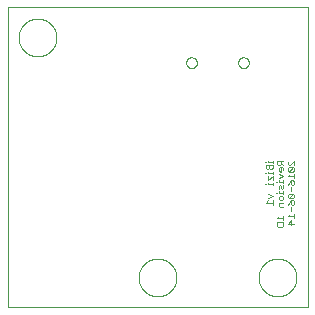
<source format=gbo>
G75*
%MOIN*%
%OFA0B0*%
%FSLAX25Y25*%
%IPPOS*%
%LPD*%
%AMOC8*
5,1,8,0,0,1.08239X$1,22.5*
%
%ADD10C,0.00000*%
%ADD11C,0.00200*%
D10*
X0003400Y0003400D02*
X0003400Y0103400D01*
X0103400Y0103400D01*
X0103400Y0003400D01*
X0003400Y0003400D01*
X0047101Y0013400D02*
X0047103Y0013558D01*
X0047109Y0013716D01*
X0047119Y0013874D01*
X0047133Y0014032D01*
X0047151Y0014189D01*
X0047172Y0014346D01*
X0047198Y0014502D01*
X0047228Y0014658D01*
X0047261Y0014813D01*
X0047299Y0014966D01*
X0047340Y0015119D01*
X0047385Y0015271D01*
X0047434Y0015422D01*
X0047487Y0015571D01*
X0047543Y0015719D01*
X0047603Y0015865D01*
X0047667Y0016010D01*
X0047735Y0016153D01*
X0047806Y0016295D01*
X0047880Y0016435D01*
X0047958Y0016572D01*
X0048040Y0016708D01*
X0048124Y0016842D01*
X0048213Y0016973D01*
X0048304Y0017102D01*
X0048399Y0017229D01*
X0048496Y0017354D01*
X0048597Y0017476D01*
X0048701Y0017595D01*
X0048808Y0017712D01*
X0048918Y0017826D01*
X0049031Y0017937D01*
X0049146Y0018046D01*
X0049264Y0018151D01*
X0049385Y0018253D01*
X0049508Y0018353D01*
X0049634Y0018449D01*
X0049762Y0018542D01*
X0049892Y0018632D01*
X0050025Y0018718D01*
X0050160Y0018802D01*
X0050296Y0018881D01*
X0050435Y0018958D01*
X0050576Y0019030D01*
X0050718Y0019100D01*
X0050862Y0019165D01*
X0051008Y0019227D01*
X0051155Y0019285D01*
X0051304Y0019340D01*
X0051454Y0019391D01*
X0051605Y0019438D01*
X0051757Y0019481D01*
X0051910Y0019520D01*
X0052065Y0019556D01*
X0052220Y0019587D01*
X0052376Y0019615D01*
X0052532Y0019639D01*
X0052689Y0019659D01*
X0052847Y0019675D01*
X0053004Y0019687D01*
X0053163Y0019695D01*
X0053321Y0019699D01*
X0053479Y0019699D01*
X0053637Y0019695D01*
X0053796Y0019687D01*
X0053953Y0019675D01*
X0054111Y0019659D01*
X0054268Y0019639D01*
X0054424Y0019615D01*
X0054580Y0019587D01*
X0054735Y0019556D01*
X0054890Y0019520D01*
X0055043Y0019481D01*
X0055195Y0019438D01*
X0055346Y0019391D01*
X0055496Y0019340D01*
X0055645Y0019285D01*
X0055792Y0019227D01*
X0055938Y0019165D01*
X0056082Y0019100D01*
X0056224Y0019030D01*
X0056365Y0018958D01*
X0056504Y0018881D01*
X0056640Y0018802D01*
X0056775Y0018718D01*
X0056908Y0018632D01*
X0057038Y0018542D01*
X0057166Y0018449D01*
X0057292Y0018353D01*
X0057415Y0018253D01*
X0057536Y0018151D01*
X0057654Y0018046D01*
X0057769Y0017937D01*
X0057882Y0017826D01*
X0057992Y0017712D01*
X0058099Y0017595D01*
X0058203Y0017476D01*
X0058304Y0017354D01*
X0058401Y0017229D01*
X0058496Y0017102D01*
X0058587Y0016973D01*
X0058676Y0016842D01*
X0058760Y0016708D01*
X0058842Y0016572D01*
X0058920Y0016435D01*
X0058994Y0016295D01*
X0059065Y0016153D01*
X0059133Y0016010D01*
X0059197Y0015865D01*
X0059257Y0015719D01*
X0059313Y0015571D01*
X0059366Y0015422D01*
X0059415Y0015271D01*
X0059460Y0015119D01*
X0059501Y0014966D01*
X0059539Y0014813D01*
X0059572Y0014658D01*
X0059602Y0014502D01*
X0059628Y0014346D01*
X0059649Y0014189D01*
X0059667Y0014032D01*
X0059681Y0013874D01*
X0059691Y0013716D01*
X0059697Y0013558D01*
X0059699Y0013400D01*
X0059697Y0013242D01*
X0059691Y0013084D01*
X0059681Y0012926D01*
X0059667Y0012768D01*
X0059649Y0012611D01*
X0059628Y0012454D01*
X0059602Y0012298D01*
X0059572Y0012142D01*
X0059539Y0011987D01*
X0059501Y0011834D01*
X0059460Y0011681D01*
X0059415Y0011529D01*
X0059366Y0011378D01*
X0059313Y0011229D01*
X0059257Y0011081D01*
X0059197Y0010935D01*
X0059133Y0010790D01*
X0059065Y0010647D01*
X0058994Y0010505D01*
X0058920Y0010365D01*
X0058842Y0010228D01*
X0058760Y0010092D01*
X0058676Y0009958D01*
X0058587Y0009827D01*
X0058496Y0009698D01*
X0058401Y0009571D01*
X0058304Y0009446D01*
X0058203Y0009324D01*
X0058099Y0009205D01*
X0057992Y0009088D01*
X0057882Y0008974D01*
X0057769Y0008863D01*
X0057654Y0008754D01*
X0057536Y0008649D01*
X0057415Y0008547D01*
X0057292Y0008447D01*
X0057166Y0008351D01*
X0057038Y0008258D01*
X0056908Y0008168D01*
X0056775Y0008082D01*
X0056640Y0007998D01*
X0056504Y0007919D01*
X0056365Y0007842D01*
X0056224Y0007770D01*
X0056082Y0007700D01*
X0055938Y0007635D01*
X0055792Y0007573D01*
X0055645Y0007515D01*
X0055496Y0007460D01*
X0055346Y0007409D01*
X0055195Y0007362D01*
X0055043Y0007319D01*
X0054890Y0007280D01*
X0054735Y0007244D01*
X0054580Y0007213D01*
X0054424Y0007185D01*
X0054268Y0007161D01*
X0054111Y0007141D01*
X0053953Y0007125D01*
X0053796Y0007113D01*
X0053637Y0007105D01*
X0053479Y0007101D01*
X0053321Y0007101D01*
X0053163Y0007105D01*
X0053004Y0007113D01*
X0052847Y0007125D01*
X0052689Y0007141D01*
X0052532Y0007161D01*
X0052376Y0007185D01*
X0052220Y0007213D01*
X0052065Y0007244D01*
X0051910Y0007280D01*
X0051757Y0007319D01*
X0051605Y0007362D01*
X0051454Y0007409D01*
X0051304Y0007460D01*
X0051155Y0007515D01*
X0051008Y0007573D01*
X0050862Y0007635D01*
X0050718Y0007700D01*
X0050576Y0007770D01*
X0050435Y0007842D01*
X0050296Y0007919D01*
X0050160Y0007998D01*
X0050025Y0008082D01*
X0049892Y0008168D01*
X0049762Y0008258D01*
X0049634Y0008351D01*
X0049508Y0008447D01*
X0049385Y0008547D01*
X0049264Y0008649D01*
X0049146Y0008754D01*
X0049031Y0008863D01*
X0048918Y0008974D01*
X0048808Y0009088D01*
X0048701Y0009205D01*
X0048597Y0009324D01*
X0048496Y0009446D01*
X0048399Y0009571D01*
X0048304Y0009698D01*
X0048213Y0009827D01*
X0048124Y0009958D01*
X0048040Y0010092D01*
X0047958Y0010228D01*
X0047880Y0010365D01*
X0047806Y0010505D01*
X0047735Y0010647D01*
X0047667Y0010790D01*
X0047603Y0010935D01*
X0047543Y0011081D01*
X0047487Y0011229D01*
X0047434Y0011378D01*
X0047385Y0011529D01*
X0047340Y0011681D01*
X0047299Y0011834D01*
X0047261Y0011987D01*
X0047228Y0012142D01*
X0047198Y0012298D01*
X0047172Y0012454D01*
X0047151Y0012611D01*
X0047133Y0012768D01*
X0047119Y0012926D01*
X0047109Y0013084D01*
X0047103Y0013242D01*
X0047101Y0013400D01*
X0087101Y0013400D02*
X0087103Y0013558D01*
X0087109Y0013716D01*
X0087119Y0013874D01*
X0087133Y0014032D01*
X0087151Y0014189D01*
X0087172Y0014346D01*
X0087198Y0014502D01*
X0087228Y0014658D01*
X0087261Y0014813D01*
X0087299Y0014966D01*
X0087340Y0015119D01*
X0087385Y0015271D01*
X0087434Y0015422D01*
X0087487Y0015571D01*
X0087543Y0015719D01*
X0087603Y0015865D01*
X0087667Y0016010D01*
X0087735Y0016153D01*
X0087806Y0016295D01*
X0087880Y0016435D01*
X0087958Y0016572D01*
X0088040Y0016708D01*
X0088124Y0016842D01*
X0088213Y0016973D01*
X0088304Y0017102D01*
X0088399Y0017229D01*
X0088496Y0017354D01*
X0088597Y0017476D01*
X0088701Y0017595D01*
X0088808Y0017712D01*
X0088918Y0017826D01*
X0089031Y0017937D01*
X0089146Y0018046D01*
X0089264Y0018151D01*
X0089385Y0018253D01*
X0089508Y0018353D01*
X0089634Y0018449D01*
X0089762Y0018542D01*
X0089892Y0018632D01*
X0090025Y0018718D01*
X0090160Y0018802D01*
X0090296Y0018881D01*
X0090435Y0018958D01*
X0090576Y0019030D01*
X0090718Y0019100D01*
X0090862Y0019165D01*
X0091008Y0019227D01*
X0091155Y0019285D01*
X0091304Y0019340D01*
X0091454Y0019391D01*
X0091605Y0019438D01*
X0091757Y0019481D01*
X0091910Y0019520D01*
X0092065Y0019556D01*
X0092220Y0019587D01*
X0092376Y0019615D01*
X0092532Y0019639D01*
X0092689Y0019659D01*
X0092847Y0019675D01*
X0093004Y0019687D01*
X0093163Y0019695D01*
X0093321Y0019699D01*
X0093479Y0019699D01*
X0093637Y0019695D01*
X0093796Y0019687D01*
X0093953Y0019675D01*
X0094111Y0019659D01*
X0094268Y0019639D01*
X0094424Y0019615D01*
X0094580Y0019587D01*
X0094735Y0019556D01*
X0094890Y0019520D01*
X0095043Y0019481D01*
X0095195Y0019438D01*
X0095346Y0019391D01*
X0095496Y0019340D01*
X0095645Y0019285D01*
X0095792Y0019227D01*
X0095938Y0019165D01*
X0096082Y0019100D01*
X0096224Y0019030D01*
X0096365Y0018958D01*
X0096504Y0018881D01*
X0096640Y0018802D01*
X0096775Y0018718D01*
X0096908Y0018632D01*
X0097038Y0018542D01*
X0097166Y0018449D01*
X0097292Y0018353D01*
X0097415Y0018253D01*
X0097536Y0018151D01*
X0097654Y0018046D01*
X0097769Y0017937D01*
X0097882Y0017826D01*
X0097992Y0017712D01*
X0098099Y0017595D01*
X0098203Y0017476D01*
X0098304Y0017354D01*
X0098401Y0017229D01*
X0098496Y0017102D01*
X0098587Y0016973D01*
X0098676Y0016842D01*
X0098760Y0016708D01*
X0098842Y0016572D01*
X0098920Y0016435D01*
X0098994Y0016295D01*
X0099065Y0016153D01*
X0099133Y0016010D01*
X0099197Y0015865D01*
X0099257Y0015719D01*
X0099313Y0015571D01*
X0099366Y0015422D01*
X0099415Y0015271D01*
X0099460Y0015119D01*
X0099501Y0014966D01*
X0099539Y0014813D01*
X0099572Y0014658D01*
X0099602Y0014502D01*
X0099628Y0014346D01*
X0099649Y0014189D01*
X0099667Y0014032D01*
X0099681Y0013874D01*
X0099691Y0013716D01*
X0099697Y0013558D01*
X0099699Y0013400D01*
X0099697Y0013242D01*
X0099691Y0013084D01*
X0099681Y0012926D01*
X0099667Y0012768D01*
X0099649Y0012611D01*
X0099628Y0012454D01*
X0099602Y0012298D01*
X0099572Y0012142D01*
X0099539Y0011987D01*
X0099501Y0011834D01*
X0099460Y0011681D01*
X0099415Y0011529D01*
X0099366Y0011378D01*
X0099313Y0011229D01*
X0099257Y0011081D01*
X0099197Y0010935D01*
X0099133Y0010790D01*
X0099065Y0010647D01*
X0098994Y0010505D01*
X0098920Y0010365D01*
X0098842Y0010228D01*
X0098760Y0010092D01*
X0098676Y0009958D01*
X0098587Y0009827D01*
X0098496Y0009698D01*
X0098401Y0009571D01*
X0098304Y0009446D01*
X0098203Y0009324D01*
X0098099Y0009205D01*
X0097992Y0009088D01*
X0097882Y0008974D01*
X0097769Y0008863D01*
X0097654Y0008754D01*
X0097536Y0008649D01*
X0097415Y0008547D01*
X0097292Y0008447D01*
X0097166Y0008351D01*
X0097038Y0008258D01*
X0096908Y0008168D01*
X0096775Y0008082D01*
X0096640Y0007998D01*
X0096504Y0007919D01*
X0096365Y0007842D01*
X0096224Y0007770D01*
X0096082Y0007700D01*
X0095938Y0007635D01*
X0095792Y0007573D01*
X0095645Y0007515D01*
X0095496Y0007460D01*
X0095346Y0007409D01*
X0095195Y0007362D01*
X0095043Y0007319D01*
X0094890Y0007280D01*
X0094735Y0007244D01*
X0094580Y0007213D01*
X0094424Y0007185D01*
X0094268Y0007161D01*
X0094111Y0007141D01*
X0093953Y0007125D01*
X0093796Y0007113D01*
X0093637Y0007105D01*
X0093479Y0007101D01*
X0093321Y0007101D01*
X0093163Y0007105D01*
X0093004Y0007113D01*
X0092847Y0007125D01*
X0092689Y0007141D01*
X0092532Y0007161D01*
X0092376Y0007185D01*
X0092220Y0007213D01*
X0092065Y0007244D01*
X0091910Y0007280D01*
X0091757Y0007319D01*
X0091605Y0007362D01*
X0091454Y0007409D01*
X0091304Y0007460D01*
X0091155Y0007515D01*
X0091008Y0007573D01*
X0090862Y0007635D01*
X0090718Y0007700D01*
X0090576Y0007770D01*
X0090435Y0007842D01*
X0090296Y0007919D01*
X0090160Y0007998D01*
X0090025Y0008082D01*
X0089892Y0008168D01*
X0089762Y0008258D01*
X0089634Y0008351D01*
X0089508Y0008447D01*
X0089385Y0008547D01*
X0089264Y0008649D01*
X0089146Y0008754D01*
X0089031Y0008863D01*
X0088918Y0008974D01*
X0088808Y0009088D01*
X0088701Y0009205D01*
X0088597Y0009324D01*
X0088496Y0009446D01*
X0088399Y0009571D01*
X0088304Y0009698D01*
X0088213Y0009827D01*
X0088124Y0009958D01*
X0088040Y0010092D01*
X0087958Y0010228D01*
X0087880Y0010365D01*
X0087806Y0010505D01*
X0087735Y0010647D01*
X0087667Y0010790D01*
X0087603Y0010935D01*
X0087543Y0011081D01*
X0087487Y0011229D01*
X0087434Y0011378D01*
X0087385Y0011529D01*
X0087340Y0011681D01*
X0087299Y0011834D01*
X0087261Y0011987D01*
X0087228Y0012142D01*
X0087198Y0012298D01*
X0087172Y0012454D01*
X0087151Y0012611D01*
X0087133Y0012768D01*
X0087119Y0012926D01*
X0087109Y0013084D01*
X0087103Y0013242D01*
X0087101Y0013400D01*
X0080289Y0085000D02*
X0080291Y0085084D01*
X0080297Y0085167D01*
X0080307Y0085250D01*
X0080321Y0085333D01*
X0080338Y0085415D01*
X0080360Y0085496D01*
X0080385Y0085575D01*
X0080414Y0085654D01*
X0080447Y0085731D01*
X0080483Y0085806D01*
X0080523Y0085880D01*
X0080566Y0085952D01*
X0080613Y0086021D01*
X0080663Y0086088D01*
X0080716Y0086153D01*
X0080772Y0086215D01*
X0080830Y0086275D01*
X0080892Y0086332D01*
X0080956Y0086385D01*
X0081023Y0086436D01*
X0081092Y0086483D01*
X0081163Y0086528D01*
X0081236Y0086568D01*
X0081311Y0086605D01*
X0081388Y0086639D01*
X0081466Y0086669D01*
X0081545Y0086695D01*
X0081626Y0086718D01*
X0081708Y0086736D01*
X0081790Y0086751D01*
X0081873Y0086762D01*
X0081956Y0086769D01*
X0082040Y0086772D01*
X0082124Y0086771D01*
X0082207Y0086766D01*
X0082291Y0086757D01*
X0082373Y0086744D01*
X0082455Y0086728D01*
X0082536Y0086707D01*
X0082617Y0086683D01*
X0082695Y0086655D01*
X0082773Y0086623D01*
X0082849Y0086587D01*
X0082923Y0086548D01*
X0082995Y0086506D01*
X0083065Y0086460D01*
X0083133Y0086411D01*
X0083198Y0086359D01*
X0083261Y0086304D01*
X0083321Y0086246D01*
X0083379Y0086185D01*
X0083433Y0086121D01*
X0083485Y0086055D01*
X0083533Y0085987D01*
X0083578Y0085916D01*
X0083619Y0085843D01*
X0083658Y0085769D01*
X0083692Y0085693D01*
X0083723Y0085615D01*
X0083750Y0085536D01*
X0083774Y0085455D01*
X0083793Y0085374D01*
X0083809Y0085292D01*
X0083821Y0085209D01*
X0083829Y0085125D01*
X0083833Y0085042D01*
X0083833Y0084958D01*
X0083829Y0084875D01*
X0083821Y0084791D01*
X0083809Y0084708D01*
X0083793Y0084626D01*
X0083774Y0084545D01*
X0083750Y0084464D01*
X0083723Y0084385D01*
X0083692Y0084307D01*
X0083658Y0084231D01*
X0083619Y0084157D01*
X0083578Y0084084D01*
X0083533Y0084013D01*
X0083485Y0083945D01*
X0083433Y0083879D01*
X0083379Y0083815D01*
X0083321Y0083754D01*
X0083261Y0083696D01*
X0083198Y0083641D01*
X0083133Y0083589D01*
X0083065Y0083540D01*
X0082995Y0083494D01*
X0082923Y0083452D01*
X0082849Y0083413D01*
X0082773Y0083377D01*
X0082695Y0083345D01*
X0082617Y0083317D01*
X0082536Y0083293D01*
X0082455Y0083272D01*
X0082373Y0083256D01*
X0082291Y0083243D01*
X0082207Y0083234D01*
X0082124Y0083229D01*
X0082040Y0083228D01*
X0081956Y0083231D01*
X0081873Y0083238D01*
X0081790Y0083249D01*
X0081708Y0083264D01*
X0081626Y0083282D01*
X0081545Y0083305D01*
X0081466Y0083331D01*
X0081388Y0083361D01*
X0081311Y0083395D01*
X0081236Y0083432D01*
X0081163Y0083472D01*
X0081092Y0083517D01*
X0081023Y0083564D01*
X0080956Y0083615D01*
X0080892Y0083668D01*
X0080830Y0083725D01*
X0080772Y0083785D01*
X0080716Y0083847D01*
X0080663Y0083912D01*
X0080613Y0083979D01*
X0080566Y0084048D01*
X0080523Y0084120D01*
X0080483Y0084194D01*
X0080447Y0084269D01*
X0080414Y0084346D01*
X0080385Y0084425D01*
X0080360Y0084504D01*
X0080338Y0084585D01*
X0080321Y0084667D01*
X0080307Y0084750D01*
X0080297Y0084833D01*
X0080291Y0084916D01*
X0080289Y0085000D01*
X0062967Y0085000D02*
X0062969Y0085084D01*
X0062975Y0085167D01*
X0062985Y0085250D01*
X0062999Y0085333D01*
X0063016Y0085415D01*
X0063038Y0085496D01*
X0063063Y0085575D01*
X0063092Y0085654D01*
X0063125Y0085731D01*
X0063161Y0085806D01*
X0063201Y0085880D01*
X0063244Y0085952D01*
X0063291Y0086021D01*
X0063341Y0086088D01*
X0063394Y0086153D01*
X0063450Y0086215D01*
X0063508Y0086275D01*
X0063570Y0086332D01*
X0063634Y0086385D01*
X0063701Y0086436D01*
X0063770Y0086483D01*
X0063841Y0086528D01*
X0063914Y0086568D01*
X0063989Y0086605D01*
X0064066Y0086639D01*
X0064144Y0086669D01*
X0064223Y0086695D01*
X0064304Y0086718D01*
X0064386Y0086736D01*
X0064468Y0086751D01*
X0064551Y0086762D01*
X0064634Y0086769D01*
X0064718Y0086772D01*
X0064802Y0086771D01*
X0064885Y0086766D01*
X0064969Y0086757D01*
X0065051Y0086744D01*
X0065133Y0086728D01*
X0065214Y0086707D01*
X0065295Y0086683D01*
X0065373Y0086655D01*
X0065451Y0086623D01*
X0065527Y0086587D01*
X0065601Y0086548D01*
X0065673Y0086506D01*
X0065743Y0086460D01*
X0065811Y0086411D01*
X0065876Y0086359D01*
X0065939Y0086304D01*
X0065999Y0086246D01*
X0066057Y0086185D01*
X0066111Y0086121D01*
X0066163Y0086055D01*
X0066211Y0085987D01*
X0066256Y0085916D01*
X0066297Y0085843D01*
X0066336Y0085769D01*
X0066370Y0085693D01*
X0066401Y0085615D01*
X0066428Y0085536D01*
X0066452Y0085455D01*
X0066471Y0085374D01*
X0066487Y0085292D01*
X0066499Y0085209D01*
X0066507Y0085125D01*
X0066511Y0085042D01*
X0066511Y0084958D01*
X0066507Y0084875D01*
X0066499Y0084791D01*
X0066487Y0084708D01*
X0066471Y0084626D01*
X0066452Y0084545D01*
X0066428Y0084464D01*
X0066401Y0084385D01*
X0066370Y0084307D01*
X0066336Y0084231D01*
X0066297Y0084157D01*
X0066256Y0084084D01*
X0066211Y0084013D01*
X0066163Y0083945D01*
X0066111Y0083879D01*
X0066057Y0083815D01*
X0065999Y0083754D01*
X0065939Y0083696D01*
X0065876Y0083641D01*
X0065811Y0083589D01*
X0065743Y0083540D01*
X0065673Y0083494D01*
X0065601Y0083452D01*
X0065527Y0083413D01*
X0065451Y0083377D01*
X0065373Y0083345D01*
X0065295Y0083317D01*
X0065214Y0083293D01*
X0065133Y0083272D01*
X0065051Y0083256D01*
X0064969Y0083243D01*
X0064885Y0083234D01*
X0064802Y0083229D01*
X0064718Y0083228D01*
X0064634Y0083231D01*
X0064551Y0083238D01*
X0064468Y0083249D01*
X0064386Y0083264D01*
X0064304Y0083282D01*
X0064223Y0083305D01*
X0064144Y0083331D01*
X0064066Y0083361D01*
X0063989Y0083395D01*
X0063914Y0083432D01*
X0063841Y0083472D01*
X0063770Y0083517D01*
X0063701Y0083564D01*
X0063634Y0083615D01*
X0063570Y0083668D01*
X0063508Y0083725D01*
X0063450Y0083785D01*
X0063394Y0083847D01*
X0063341Y0083912D01*
X0063291Y0083979D01*
X0063244Y0084048D01*
X0063201Y0084120D01*
X0063161Y0084194D01*
X0063125Y0084269D01*
X0063092Y0084346D01*
X0063063Y0084425D01*
X0063038Y0084504D01*
X0063016Y0084585D01*
X0062999Y0084667D01*
X0062985Y0084750D01*
X0062975Y0084833D01*
X0062969Y0084916D01*
X0062967Y0085000D01*
X0007101Y0093400D02*
X0007103Y0093558D01*
X0007109Y0093716D01*
X0007119Y0093874D01*
X0007133Y0094032D01*
X0007151Y0094189D01*
X0007172Y0094346D01*
X0007198Y0094502D01*
X0007228Y0094658D01*
X0007261Y0094813D01*
X0007299Y0094966D01*
X0007340Y0095119D01*
X0007385Y0095271D01*
X0007434Y0095422D01*
X0007487Y0095571D01*
X0007543Y0095719D01*
X0007603Y0095865D01*
X0007667Y0096010D01*
X0007735Y0096153D01*
X0007806Y0096295D01*
X0007880Y0096435D01*
X0007958Y0096572D01*
X0008040Y0096708D01*
X0008124Y0096842D01*
X0008213Y0096973D01*
X0008304Y0097102D01*
X0008399Y0097229D01*
X0008496Y0097354D01*
X0008597Y0097476D01*
X0008701Y0097595D01*
X0008808Y0097712D01*
X0008918Y0097826D01*
X0009031Y0097937D01*
X0009146Y0098046D01*
X0009264Y0098151D01*
X0009385Y0098253D01*
X0009508Y0098353D01*
X0009634Y0098449D01*
X0009762Y0098542D01*
X0009892Y0098632D01*
X0010025Y0098718D01*
X0010160Y0098802D01*
X0010296Y0098881D01*
X0010435Y0098958D01*
X0010576Y0099030D01*
X0010718Y0099100D01*
X0010862Y0099165D01*
X0011008Y0099227D01*
X0011155Y0099285D01*
X0011304Y0099340D01*
X0011454Y0099391D01*
X0011605Y0099438D01*
X0011757Y0099481D01*
X0011910Y0099520D01*
X0012065Y0099556D01*
X0012220Y0099587D01*
X0012376Y0099615D01*
X0012532Y0099639D01*
X0012689Y0099659D01*
X0012847Y0099675D01*
X0013004Y0099687D01*
X0013163Y0099695D01*
X0013321Y0099699D01*
X0013479Y0099699D01*
X0013637Y0099695D01*
X0013796Y0099687D01*
X0013953Y0099675D01*
X0014111Y0099659D01*
X0014268Y0099639D01*
X0014424Y0099615D01*
X0014580Y0099587D01*
X0014735Y0099556D01*
X0014890Y0099520D01*
X0015043Y0099481D01*
X0015195Y0099438D01*
X0015346Y0099391D01*
X0015496Y0099340D01*
X0015645Y0099285D01*
X0015792Y0099227D01*
X0015938Y0099165D01*
X0016082Y0099100D01*
X0016224Y0099030D01*
X0016365Y0098958D01*
X0016504Y0098881D01*
X0016640Y0098802D01*
X0016775Y0098718D01*
X0016908Y0098632D01*
X0017038Y0098542D01*
X0017166Y0098449D01*
X0017292Y0098353D01*
X0017415Y0098253D01*
X0017536Y0098151D01*
X0017654Y0098046D01*
X0017769Y0097937D01*
X0017882Y0097826D01*
X0017992Y0097712D01*
X0018099Y0097595D01*
X0018203Y0097476D01*
X0018304Y0097354D01*
X0018401Y0097229D01*
X0018496Y0097102D01*
X0018587Y0096973D01*
X0018676Y0096842D01*
X0018760Y0096708D01*
X0018842Y0096572D01*
X0018920Y0096435D01*
X0018994Y0096295D01*
X0019065Y0096153D01*
X0019133Y0096010D01*
X0019197Y0095865D01*
X0019257Y0095719D01*
X0019313Y0095571D01*
X0019366Y0095422D01*
X0019415Y0095271D01*
X0019460Y0095119D01*
X0019501Y0094966D01*
X0019539Y0094813D01*
X0019572Y0094658D01*
X0019602Y0094502D01*
X0019628Y0094346D01*
X0019649Y0094189D01*
X0019667Y0094032D01*
X0019681Y0093874D01*
X0019691Y0093716D01*
X0019697Y0093558D01*
X0019699Y0093400D01*
X0019697Y0093242D01*
X0019691Y0093084D01*
X0019681Y0092926D01*
X0019667Y0092768D01*
X0019649Y0092611D01*
X0019628Y0092454D01*
X0019602Y0092298D01*
X0019572Y0092142D01*
X0019539Y0091987D01*
X0019501Y0091834D01*
X0019460Y0091681D01*
X0019415Y0091529D01*
X0019366Y0091378D01*
X0019313Y0091229D01*
X0019257Y0091081D01*
X0019197Y0090935D01*
X0019133Y0090790D01*
X0019065Y0090647D01*
X0018994Y0090505D01*
X0018920Y0090365D01*
X0018842Y0090228D01*
X0018760Y0090092D01*
X0018676Y0089958D01*
X0018587Y0089827D01*
X0018496Y0089698D01*
X0018401Y0089571D01*
X0018304Y0089446D01*
X0018203Y0089324D01*
X0018099Y0089205D01*
X0017992Y0089088D01*
X0017882Y0088974D01*
X0017769Y0088863D01*
X0017654Y0088754D01*
X0017536Y0088649D01*
X0017415Y0088547D01*
X0017292Y0088447D01*
X0017166Y0088351D01*
X0017038Y0088258D01*
X0016908Y0088168D01*
X0016775Y0088082D01*
X0016640Y0087998D01*
X0016504Y0087919D01*
X0016365Y0087842D01*
X0016224Y0087770D01*
X0016082Y0087700D01*
X0015938Y0087635D01*
X0015792Y0087573D01*
X0015645Y0087515D01*
X0015496Y0087460D01*
X0015346Y0087409D01*
X0015195Y0087362D01*
X0015043Y0087319D01*
X0014890Y0087280D01*
X0014735Y0087244D01*
X0014580Y0087213D01*
X0014424Y0087185D01*
X0014268Y0087161D01*
X0014111Y0087141D01*
X0013953Y0087125D01*
X0013796Y0087113D01*
X0013637Y0087105D01*
X0013479Y0087101D01*
X0013321Y0087101D01*
X0013163Y0087105D01*
X0013004Y0087113D01*
X0012847Y0087125D01*
X0012689Y0087141D01*
X0012532Y0087161D01*
X0012376Y0087185D01*
X0012220Y0087213D01*
X0012065Y0087244D01*
X0011910Y0087280D01*
X0011757Y0087319D01*
X0011605Y0087362D01*
X0011454Y0087409D01*
X0011304Y0087460D01*
X0011155Y0087515D01*
X0011008Y0087573D01*
X0010862Y0087635D01*
X0010718Y0087700D01*
X0010576Y0087770D01*
X0010435Y0087842D01*
X0010296Y0087919D01*
X0010160Y0087998D01*
X0010025Y0088082D01*
X0009892Y0088168D01*
X0009762Y0088258D01*
X0009634Y0088351D01*
X0009508Y0088447D01*
X0009385Y0088547D01*
X0009264Y0088649D01*
X0009146Y0088754D01*
X0009031Y0088863D01*
X0008918Y0088974D01*
X0008808Y0089088D01*
X0008701Y0089205D01*
X0008597Y0089324D01*
X0008496Y0089446D01*
X0008399Y0089571D01*
X0008304Y0089698D01*
X0008213Y0089827D01*
X0008124Y0089958D01*
X0008040Y0090092D01*
X0007958Y0090228D01*
X0007880Y0090365D01*
X0007806Y0090505D01*
X0007735Y0090647D01*
X0007667Y0090790D01*
X0007603Y0090935D01*
X0007543Y0091081D01*
X0007487Y0091229D01*
X0007434Y0091378D01*
X0007385Y0091529D01*
X0007340Y0091681D01*
X0007299Y0091834D01*
X0007261Y0091987D01*
X0007228Y0092142D01*
X0007198Y0092298D01*
X0007172Y0092454D01*
X0007151Y0092611D01*
X0007133Y0092768D01*
X0007119Y0092926D01*
X0007109Y0093084D01*
X0007103Y0093242D01*
X0007101Y0093400D01*
D11*
X0089171Y0052013D02*
X0089538Y0052013D01*
X0090272Y0052013D02*
X0091740Y0052013D01*
X0091740Y0052380D02*
X0091740Y0051646D01*
X0091740Y0050907D02*
X0091740Y0049806D01*
X0091373Y0049439D01*
X0091006Y0049439D01*
X0090639Y0049806D01*
X0090639Y0050907D01*
X0089538Y0050907D02*
X0089538Y0049806D01*
X0089905Y0049439D01*
X0090272Y0049439D01*
X0090639Y0049806D01*
X0090272Y0048697D02*
X0090272Y0048330D01*
X0091740Y0048330D01*
X0091740Y0048697D02*
X0091740Y0047963D01*
X0091740Y0047224D02*
X0091740Y0045756D01*
X0091740Y0045014D02*
X0091740Y0044280D01*
X0091740Y0044647D02*
X0090272Y0044647D01*
X0090272Y0045014D01*
X0090272Y0045756D02*
X0091740Y0047224D01*
X0090272Y0047224D02*
X0090272Y0045756D01*
X0089538Y0044647D02*
X0089171Y0044647D01*
X0090272Y0041331D02*
X0091740Y0040597D01*
X0090272Y0039863D01*
X0090272Y0039121D02*
X0089538Y0038387D01*
X0091740Y0038387D01*
X0091740Y0039121D02*
X0091740Y0037653D01*
X0093872Y0037283D02*
X0094239Y0036916D01*
X0095340Y0036916D01*
X0096738Y0037653D02*
X0097105Y0038387D01*
X0097839Y0039121D01*
X0097839Y0038020D01*
X0098206Y0037653D01*
X0098573Y0037653D01*
X0098940Y0038020D01*
X0098940Y0038754D01*
X0098573Y0039121D01*
X0097839Y0039121D01*
X0097105Y0039863D02*
X0098573Y0041331D01*
X0098940Y0040964D01*
X0098940Y0040230D01*
X0098573Y0039863D01*
X0097105Y0039863D01*
X0096738Y0040230D01*
X0096738Y0040964D01*
X0097105Y0041331D01*
X0098573Y0041331D01*
X0097839Y0042073D02*
X0097839Y0043540D01*
X0098206Y0044282D02*
X0097839Y0044649D01*
X0097839Y0045750D01*
X0098573Y0045750D01*
X0098940Y0045383D01*
X0098940Y0044649D01*
X0098573Y0044282D01*
X0098206Y0044282D01*
X0097105Y0045016D02*
X0097839Y0045750D01*
X0097105Y0045016D02*
X0096738Y0044282D01*
X0095340Y0044277D02*
X0095340Y0043176D01*
X0094973Y0042809D01*
X0094606Y0043176D01*
X0094606Y0043910D01*
X0094239Y0044277D01*
X0093872Y0043910D01*
X0093872Y0042809D01*
X0093872Y0042067D02*
X0093872Y0041700D01*
X0095340Y0041700D01*
X0095340Y0042067D02*
X0095340Y0041333D01*
X0094973Y0040594D02*
X0095340Y0040227D01*
X0095340Y0039493D01*
X0094973Y0039126D01*
X0094239Y0039126D01*
X0093872Y0039493D01*
X0093872Y0040227D01*
X0094239Y0040594D01*
X0094973Y0040594D01*
X0093138Y0041700D02*
X0092771Y0041700D01*
X0093872Y0038384D02*
X0093872Y0037283D01*
X0093872Y0038384D02*
X0095340Y0038384D01*
X0097839Y0036911D02*
X0097839Y0035443D01*
X0097472Y0034701D02*
X0096738Y0033967D01*
X0098940Y0033967D01*
X0098940Y0034701D02*
X0098940Y0033233D01*
X0097839Y0032491D02*
X0097839Y0031023D01*
X0096738Y0031390D02*
X0097839Y0032491D01*
X0098940Y0031390D02*
X0096738Y0031390D01*
X0095340Y0031754D02*
X0095340Y0030654D01*
X0094973Y0030287D01*
X0093505Y0030287D01*
X0093138Y0030654D01*
X0093138Y0031754D01*
X0095340Y0031754D01*
X0095340Y0032496D02*
X0095340Y0033964D01*
X0095340Y0033230D02*
X0093138Y0033230D01*
X0093872Y0033964D01*
X0095340Y0045016D02*
X0095340Y0045750D01*
X0095340Y0045383D02*
X0093872Y0045383D01*
X0093872Y0045750D01*
X0093872Y0046492D02*
X0095340Y0047226D01*
X0093872Y0047960D01*
X0094239Y0048702D02*
X0093872Y0049069D01*
X0093872Y0049803D01*
X0094239Y0050170D01*
X0094973Y0050170D01*
X0095340Y0049803D01*
X0095340Y0049069D01*
X0094606Y0048702D02*
X0094606Y0050170D01*
X0094239Y0050912D02*
X0093505Y0050912D01*
X0093138Y0051279D01*
X0093138Y0052380D01*
X0095340Y0052380D01*
X0094606Y0052380D02*
X0094606Y0051279D01*
X0094239Y0050912D01*
X0094606Y0051646D02*
X0095340Y0050912D01*
X0096738Y0051279D02*
X0096738Y0052013D01*
X0097105Y0052380D01*
X0096738Y0051279D02*
X0097105Y0050912D01*
X0097472Y0050912D01*
X0098940Y0052380D01*
X0098940Y0050912D01*
X0098573Y0050170D02*
X0097105Y0048702D01*
X0098573Y0048702D01*
X0098940Y0049069D01*
X0098940Y0049803D01*
X0098573Y0050170D01*
X0097105Y0050170D01*
X0096738Y0049803D01*
X0096738Y0049069D01*
X0097105Y0048702D01*
X0097472Y0047960D02*
X0096738Y0047226D01*
X0098940Y0047226D01*
X0098940Y0047960D02*
X0098940Y0046492D01*
X0094606Y0048702D02*
X0094239Y0048702D01*
X0091740Y0050907D02*
X0089538Y0050907D01*
X0090272Y0052013D02*
X0090272Y0052380D01*
X0089538Y0048330D02*
X0089171Y0048330D01*
X0092771Y0045383D02*
X0093138Y0045383D01*
M02*

</source>
